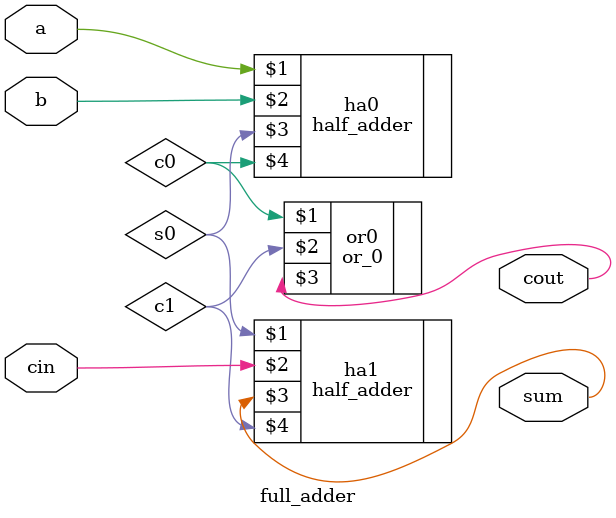
<source format=v>
`include "half_adder.v"

module full_adder(
  input wire a,
  input wire b,
  input wire cin,
  output wire sum,
  output wire cout
);
  wire s0;
  wire c0;
  wire c1;

  half_adder ha0(a, b, s0, c0);
  half_adder ha1(s0, cin, sum, c1);

  or_0 or0(c0, c1, cout);
endmodule

</source>
